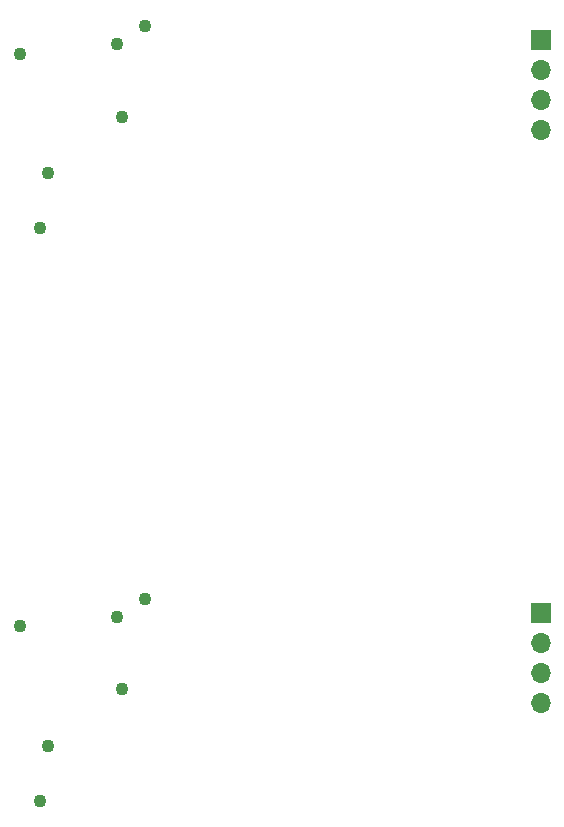
<source format=gbr>
%TF.GenerationSoftware,KiCad,Pcbnew,8.0.4*%
%TF.CreationDate,2024-08-14T23:56:47-07:00*%
%TF.ProjectId,SleepyWoof_panelized,536c6565-7079-4576-9f6f-665f70616e65,rev?*%
%TF.SameCoordinates,Original*%
%TF.FileFunction,Soldermask,Bot*%
%TF.FilePolarity,Negative*%
%FSLAX46Y46*%
G04 Gerber Fmt 4.6, Leading zero omitted, Abs format (unit mm)*
G04 Created by KiCad (PCBNEW 8.0.4) date 2024-08-14 23:56:47*
%MOMM*%
%LPD*%
G01*
G04 APERTURE LIST*
%ADD10C,1.100000*%
%ADD11R,1.700000X1.700000*%
%ADD12O,1.700000X1.700000*%
G04 APERTURE END LIST*
D10*
%TO.C,TP1*%
X170780000Y-60780000D03*
%TD*%
%TO.C,TP4*%
X176605000Y-49860000D03*
%TD*%
%TO.C,TP2*%
X170080000Y-65397500D03*
%TD*%
%TO.C,TP3*%
X177005000Y-55960000D03*
%TD*%
D11*
%TO.C,J1*%
X212480000Y-49500000D03*
D12*
X212480000Y-52040000D03*
X212480000Y-54580000D03*
X212480000Y-57120000D03*
%TD*%
D10*
%TO.C,TP6*%
X179017500Y-48335000D03*
%TD*%
%TO.C,TP5*%
X168405000Y-50635000D03*
%TD*%
%TO.C,TP5*%
X168405000Y-99135000D03*
%TD*%
%TO.C,TP6*%
X179017500Y-96835000D03*
%TD*%
D11*
%TO.C,J1*%
X212480000Y-98000000D03*
D12*
X212480000Y-100540000D03*
X212480000Y-103080000D03*
X212480000Y-105620000D03*
%TD*%
D10*
%TO.C,TP3*%
X177005000Y-104460000D03*
%TD*%
%TO.C,TP2*%
X170080000Y-113897500D03*
%TD*%
%TO.C,TP4*%
X176605000Y-98360000D03*
%TD*%
%TO.C,TP1*%
X170780000Y-109280000D03*
%TD*%
M02*

</source>
